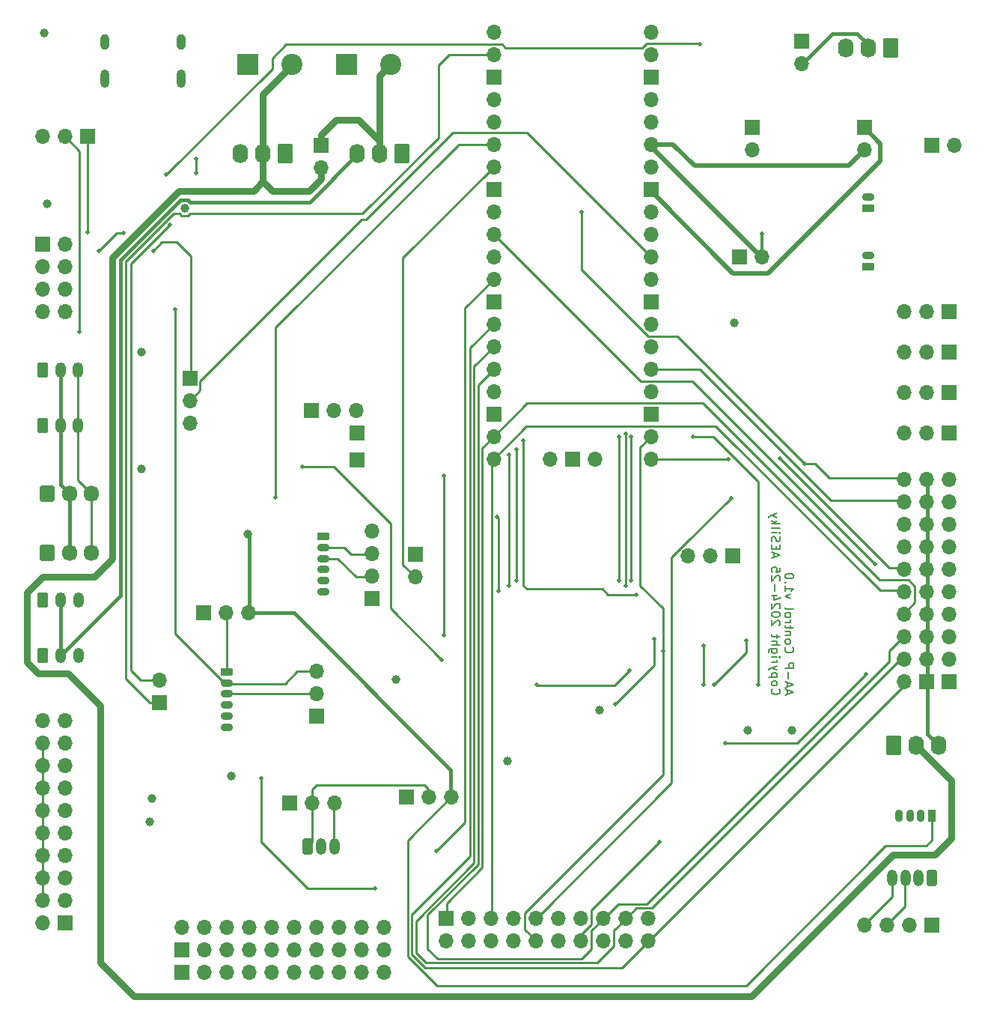
<source format=gbr>
%TF.GenerationSoftware,KiCad,Pcbnew,7.0.2*%
%TF.CreationDate,2024-12-03T13:42:33-08:00*%
%TF.ProjectId,AA_P_CtrlBd,41415f50-5f43-4747-926c-42642e6b6963,1.0*%
%TF.SameCoordinates,Original*%
%TF.FileFunction,Copper,L4,Bot*%
%TF.FilePolarity,Positive*%
%FSLAX46Y46*%
G04 Gerber Fmt 4.6, Leading zero omitted, Abs format (unit mm)*
G04 Created by KiCad (PCBNEW 7.0.2) date 2024-12-03 13:42:33*
%MOMM*%
%LPD*%
G01*
G04 APERTURE LIST*
G04 Aperture macros list*
%AMRoundRect*
0 Rectangle with rounded corners*
0 $1 Rounding radius*
0 $2 $3 $4 $5 $6 $7 $8 $9 X,Y pos of 4 corners*
0 Add a 4 corners polygon primitive as box body*
4,1,4,$2,$3,$4,$5,$6,$7,$8,$9,$2,$3,0*
0 Add four circle primitives for the rounded corners*
1,1,$1+$1,$2,$3*
1,1,$1+$1,$4,$5*
1,1,$1+$1,$6,$7*
1,1,$1+$1,$8,$9*
0 Add four rect primitives between the rounded corners*
20,1,$1+$1,$2,$3,$4,$5,0*
20,1,$1+$1,$4,$5,$6,$7,0*
20,1,$1+$1,$6,$7,$8,$9,0*
20,1,$1+$1,$8,$9,$2,$3,0*%
G04 Aperture macros list end*
%ADD10C,0.150000*%
%TA.AperFunction,NonConductor*%
%ADD11C,0.150000*%
%TD*%
%TA.AperFunction,ComponentPad*%
%ADD12R,1.700000X1.700000*%
%TD*%
%TA.AperFunction,ComponentPad*%
%ADD13O,1.700000X1.700000*%
%TD*%
%TA.AperFunction,ComponentPad*%
%ADD14RoundRect,0.250000X-0.620000X-0.845000X0.620000X-0.845000X0.620000X0.845000X-0.620000X0.845000X0*%
%TD*%
%TA.AperFunction,ComponentPad*%
%ADD15O,1.740000X2.190000*%
%TD*%
%TA.AperFunction,ComponentPad*%
%ADD16RoundRect,0.225000X0.475000X-0.225000X0.475000X0.225000X-0.475000X0.225000X-0.475000X-0.225000X0*%
%TD*%
%TA.AperFunction,ComponentPad*%
%ADD17O,1.400000X0.900000*%
%TD*%
%TA.AperFunction,ComponentPad*%
%ADD18RoundRect,0.225000X0.225000X0.475000X-0.225000X0.475000X-0.225000X-0.475000X0.225000X-0.475000X0*%
%TD*%
%TA.AperFunction,ComponentPad*%
%ADD19O,0.900000X1.400000*%
%TD*%
%TA.AperFunction,ComponentPad*%
%ADD20RoundRect,0.250000X0.335000X0.685000X-0.335000X0.685000X-0.335000X-0.685000X0.335000X-0.685000X0*%
%TD*%
%TA.AperFunction,ComponentPad*%
%ADD21O,1.170000X1.870000*%
%TD*%
%TA.AperFunction,ComponentPad*%
%ADD22RoundRect,0.250000X0.620000X0.845000X-0.620000X0.845000X-0.620000X-0.845000X0.620000X-0.845000X0*%
%TD*%
%TA.AperFunction,ComponentPad*%
%ADD23RoundRect,0.225000X-0.475000X0.225000X-0.475000X-0.225000X0.475000X-0.225000X0.475000X0.225000X0*%
%TD*%
%TA.AperFunction,ComponentPad*%
%ADD24O,1.000000X1.800000*%
%TD*%
%TA.AperFunction,ComponentPad*%
%ADD25O,1.000000X2.100000*%
%TD*%
%TA.AperFunction,ComponentPad*%
%ADD26RoundRect,0.250000X-0.335000X-0.685000X0.335000X-0.685000X0.335000X0.685000X-0.335000X0.685000X0*%
%TD*%
%TA.AperFunction,ComponentPad*%
%ADD27R,2.400000X2.400000*%
%TD*%
%TA.AperFunction,ComponentPad*%
%ADD28C,2.400000*%
%TD*%
%TA.AperFunction,ComponentPad*%
%ADD29RoundRect,0.250000X-0.350000X-0.625000X0.350000X-0.625000X0.350000X0.625000X-0.350000X0.625000X0*%
%TD*%
%TA.AperFunction,ComponentPad*%
%ADD30O,1.200000X1.750000*%
%TD*%
%TA.AperFunction,ComponentPad*%
%ADD31O,1.700000X1.850000*%
%TD*%
%TA.AperFunction,ComponentPad*%
%ADD32RoundRect,0.250000X-0.600000X-0.675000X0.600000X-0.675000X0.600000X0.675000X-0.600000X0.675000X0*%
%TD*%
%TA.AperFunction,ViaPad*%
%ADD33C,0.500000*%
%TD*%
%TA.AperFunction,ViaPad*%
%ADD34C,1.000000*%
%TD*%
%TA.AperFunction,Conductor*%
%ADD35C,0.250000*%
%TD*%
%TA.AperFunction,Conductor*%
%ADD36C,0.800000*%
%TD*%
%TA.AperFunction,Conductor*%
%ADD37C,0.400000*%
%TD*%
%TA.AperFunction,Conductor*%
%ADD38C,0.500000*%
%TD*%
%TA.AperFunction,Conductor*%
%ADD39C,0.350000*%
%TD*%
G04 APERTURE END LIST*
D10*
D11*
X176978095Y-110807523D02*
X176978095Y-110331333D01*
X176692380Y-110902761D02*
X177692380Y-110569428D01*
X177692380Y-110569428D02*
X176692380Y-110236095D01*
X176978095Y-109950380D02*
X176978095Y-109474190D01*
X176692380Y-110045618D02*
X177692380Y-109712285D01*
X177692380Y-109712285D02*
X176692380Y-109378952D01*
X177073333Y-109045618D02*
X177073333Y-108283714D01*
X176692380Y-107807523D02*
X177692380Y-107807523D01*
X177692380Y-107807523D02*
X177692380Y-107426571D01*
X177692380Y-107426571D02*
X177644761Y-107331333D01*
X177644761Y-107331333D02*
X177597142Y-107283714D01*
X177597142Y-107283714D02*
X177501904Y-107236095D01*
X177501904Y-107236095D02*
X177359047Y-107236095D01*
X177359047Y-107236095D02*
X177263809Y-107283714D01*
X177263809Y-107283714D02*
X177216190Y-107331333D01*
X177216190Y-107331333D02*
X177168571Y-107426571D01*
X177168571Y-107426571D02*
X177168571Y-107807523D01*
X176787619Y-105474190D02*
X176740000Y-105521809D01*
X176740000Y-105521809D02*
X176692380Y-105664666D01*
X176692380Y-105664666D02*
X176692380Y-105759904D01*
X176692380Y-105759904D02*
X176740000Y-105902761D01*
X176740000Y-105902761D02*
X176835238Y-105997999D01*
X176835238Y-105997999D02*
X176930476Y-106045618D01*
X176930476Y-106045618D02*
X177120952Y-106093237D01*
X177120952Y-106093237D02*
X177263809Y-106093237D01*
X177263809Y-106093237D02*
X177454285Y-106045618D01*
X177454285Y-106045618D02*
X177549523Y-105997999D01*
X177549523Y-105997999D02*
X177644761Y-105902761D01*
X177644761Y-105902761D02*
X177692380Y-105759904D01*
X177692380Y-105759904D02*
X177692380Y-105664666D01*
X177692380Y-105664666D02*
X177644761Y-105521809D01*
X177644761Y-105521809D02*
X177597142Y-105474190D01*
X176692380Y-104902761D02*
X176740000Y-104997999D01*
X176740000Y-104997999D02*
X176787619Y-105045618D01*
X176787619Y-105045618D02*
X176882857Y-105093237D01*
X176882857Y-105093237D02*
X177168571Y-105093237D01*
X177168571Y-105093237D02*
X177263809Y-105045618D01*
X177263809Y-105045618D02*
X177311428Y-104997999D01*
X177311428Y-104997999D02*
X177359047Y-104902761D01*
X177359047Y-104902761D02*
X177359047Y-104759904D01*
X177359047Y-104759904D02*
X177311428Y-104664666D01*
X177311428Y-104664666D02*
X177263809Y-104617047D01*
X177263809Y-104617047D02*
X177168571Y-104569428D01*
X177168571Y-104569428D02*
X176882857Y-104569428D01*
X176882857Y-104569428D02*
X176787619Y-104617047D01*
X176787619Y-104617047D02*
X176740000Y-104664666D01*
X176740000Y-104664666D02*
X176692380Y-104759904D01*
X176692380Y-104759904D02*
X176692380Y-104902761D01*
X177359047Y-104140856D02*
X176692380Y-104140856D01*
X177263809Y-104140856D02*
X177311428Y-104093237D01*
X177311428Y-104093237D02*
X177359047Y-103997999D01*
X177359047Y-103997999D02*
X177359047Y-103855142D01*
X177359047Y-103855142D02*
X177311428Y-103759904D01*
X177311428Y-103759904D02*
X177216190Y-103712285D01*
X177216190Y-103712285D02*
X176692380Y-103712285D01*
X177359047Y-103378951D02*
X177359047Y-102997999D01*
X177692380Y-103236094D02*
X176835238Y-103236094D01*
X176835238Y-103236094D02*
X176740000Y-103188475D01*
X176740000Y-103188475D02*
X176692380Y-103093237D01*
X176692380Y-103093237D02*
X176692380Y-102997999D01*
X176692380Y-102664665D02*
X177359047Y-102664665D01*
X177168571Y-102664665D02*
X177263809Y-102617046D01*
X177263809Y-102617046D02*
X177311428Y-102569427D01*
X177311428Y-102569427D02*
X177359047Y-102474189D01*
X177359047Y-102474189D02*
X177359047Y-102378951D01*
X176692380Y-101902760D02*
X176740000Y-101997998D01*
X176740000Y-101997998D02*
X176787619Y-102045617D01*
X176787619Y-102045617D02*
X176882857Y-102093236D01*
X176882857Y-102093236D02*
X177168571Y-102093236D01*
X177168571Y-102093236D02*
X177263809Y-102045617D01*
X177263809Y-102045617D02*
X177311428Y-101997998D01*
X177311428Y-101997998D02*
X177359047Y-101902760D01*
X177359047Y-101902760D02*
X177359047Y-101759903D01*
X177359047Y-101759903D02*
X177311428Y-101664665D01*
X177311428Y-101664665D02*
X177263809Y-101617046D01*
X177263809Y-101617046D02*
X177168571Y-101569427D01*
X177168571Y-101569427D02*
X176882857Y-101569427D01*
X176882857Y-101569427D02*
X176787619Y-101617046D01*
X176787619Y-101617046D02*
X176740000Y-101664665D01*
X176740000Y-101664665D02*
X176692380Y-101759903D01*
X176692380Y-101759903D02*
X176692380Y-101902760D01*
X176692380Y-100997998D02*
X176740000Y-101093236D01*
X176740000Y-101093236D02*
X176835238Y-101140855D01*
X176835238Y-101140855D02*
X177692380Y-101140855D01*
X177359047Y-99950378D02*
X176692380Y-99712283D01*
X176692380Y-99712283D02*
X177359047Y-99474188D01*
X176692380Y-98569426D02*
X176692380Y-99140854D01*
X176692380Y-98855140D02*
X177692380Y-98855140D01*
X177692380Y-98855140D02*
X177549523Y-98950378D01*
X177549523Y-98950378D02*
X177454285Y-99045616D01*
X177454285Y-99045616D02*
X177406666Y-99140854D01*
X176787619Y-98140854D02*
X176740000Y-98093235D01*
X176740000Y-98093235D02*
X176692380Y-98140854D01*
X176692380Y-98140854D02*
X176740000Y-98188473D01*
X176740000Y-98188473D02*
X176787619Y-98140854D01*
X176787619Y-98140854D02*
X176692380Y-98140854D01*
X177692380Y-97474188D02*
X177692380Y-97378950D01*
X177692380Y-97378950D02*
X177644761Y-97283712D01*
X177644761Y-97283712D02*
X177597142Y-97236093D01*
X177597142Y-97236093D02*
X177501904Y-97188474D01*
X177501904Y-97188474D02*
X177311428Y-97140855D01*
X177311428Y-97140855D02*
X177073333Y-97140855D01*
X177073333Y-97140855D02*
X176882857Y-97188474D01*
X176882857Y-97188474D02*
X176787619Y-97236093D01*
X176787619Y-97236093D02*
X176740000Y-97283712D01*
X176740000Y-97283712D02*
X176692380Y-97378950D01*
X176692380Y-97378950D02*
X176692380Y-97474188D01*
X176692380Y-97474188D02*
X176740000Y-97569426D01*
X176740000Y-97569426D02*
X176787619Y-97617045D01*
X176787619Y-97617045D02*
X176882857Y-97664664D01*
X176882857Y-97664664D02*
X177073333Y-97712283D01*
X177073333Y-97712283D02*
X177311428Y-97712283D01*
X177311428Y-97712283D02*
X177501904Y-97664664D01*
X177501904Y-97664664D02*
X177597142Y-97617045D01*
X177597142Y-97617045D02*
X177644761Y-97569426D01*
X177644761Y-97569426D02*
X177692380Y-97474188D01*
D10*
D11*
X175263619Y-110188476D02*
X175216000Y-110236095D01*
X175216000Y-110236095D02*
X175168380Y-110378952D01*
X175168380Y-110378952D02*
X175168380Y-110474190D01*
X175168380Y-110474190D02*
X175216000Y-110617047D01*
X175216000Y-110617047D02*
X175311238Y-110712285D01*
X175311238Y-110712285D02*
X175406476Y-110759904D01*
X175406476Y-110759904D02*
X175596952Y-110807523D01*
X175596952Y-110807523D02*
X175739809Y-110807523D01*
X175739809Y-110807523D02*
X175930285Y-110759904D01*
X175930285Y-110759904D02*
X176025523Y-110712285D01*
X176025523Y-110712285D02*
X176120761Y-110617047D01*
X176120761Y-110617047D02*
X176168380Y-110474190D01*
X176168380Y-110474190D02*
X176168380Y-110378952D01*
X176168380Y-110378952D02*
X176120761Y-110236095D01*
X176120761Y-110236095D02*
X176073142Y-110188476D01*
X175168380Y-109617047D02*
X175216000Y-109712285D01*
X175216000Y-109712285D02*
X175263619Y-109759904D01*
X175263619Y-109759904D02*
X175358857Y-109807523D01*
X175358857Y-109807523D02*
X175644571Y-109807523D01*
X175644571Y-109807523D02*
X175739809Y-109759904D01*
X175739809Y-109759904D02*
X175787428Y-109712285D01*
X175787428Y-109712285D02*
X175835047Y-109617047D01*
X175835047Y-109617047D02*
X175835047Y-109474190D01*
X175835047Y-109474190D02*
X175787428Y-109378952D01*
X175787428Y-109378952D02*
X175739809Y-109331333D01*
X175739809Y-109331333D02*
X175644571Y-109283714D01*
X175644571Y-109283714D02*
X175358857Y-109283714D01*
X175358857Y-109283714D02*
X175263619Y-109331333D01*
X175263619Y-109331333D02*
X175216000Y-109378952D01*
X175216000Y-109378952D02*
X175168380Y-109474190D01*
X175168380Y-109474190D02*
X175168380Y-109617047D01*
X175835047Y-108855142D02*
X174835047Y-108855142D01*
X175787428Y-108855142D02*
X175835047Y-108759904D01*
X175835047Y-108759904D02*
X175835047Y-108569428D01*
X175835047Y-108569428D02*
X175787428Y-108474190D01*
X175787428Y-108474190D02*
X175739809Y-108426571D01*
X175739809Y-108426571D02*
X175644571Y-108378952D01*
X175644571Y-108378952D02*
X175358857Y-108378952D01*
X175358857Y-108378952D02*
X175263619Y-108426571D01*
X175263619Y-108426571D02*
X175216000Y-108474190D01*
X175216000Y-108474190D02*
X175168380Y-108569428D01*
X175168380Y-108569428D02*
X175168380Y-108759904D01*
X175168380Y-108759904D02*
X175216000Y-108855142D01*
X175835047Y-108045618D02*
X175168380Y-107807523D01*
X175835047Y-107569428D02*
X175168380Y-107807523D01*
X175168380Y-107807523D02*
X174930285Y-107902761D01*
X174930285Y-107902761D02*
X174882666Y-107950380D01*
X174882666Y-107950380D02*
X174835047Y-108045618D01*
X175168380Y-107188475D02*
X175835047Y-107188475D01*
X175644571Y-107188475D02*
X175739809Y-107140856D01*
X175739809Y-107140856D02*
X175787428Y-107093237D01*
X175787428Y-107093237D02*
X175835047Y-106997999D01*
X175835047Y-106997999D02*
X175835047Y-106902761D01*
X175168380Y-106569427D02*
X175835047Y-106569427D01*
X176168380Y-106569427D02*
X176120761Y-106617046D01*
X176120761Y-106617046D02*
X176073142Y-106569427D01*
X176073142Y-106569427D02*
X176120761Y-106521808D01*
X176120761Y-106521808D02*
X176168380Y-106569427D01*
X176168380Y-106569427D02*
X176073142Y-106569427D01*
X175835047Y-105664666D02*
X175025523Y-105664666D01*
X175025523Y-105664666D02*
X174930285Y-105712285D01*
X174930285Y-105712285D02*
X174882666Y-105759904D01*
X174882666Y-105759904D02*
X174835047Y-105855142D01*
X174835047Y-105855142D02*
X174835047Y-105997999D01*
X174835047Y-105997999D02*
X174882666Y-106093237D01*
X175216000Y-105664666D02*
X175168380Y-105759904D01*
X175168380Y-105759904D02*
X175168380Y-105950380D01*
X175168380Y-105950380D02*
X175216000Y-106045618D01*
X175216000Y-106045618D02*
X175263619Y-106093237D01*
X175263619Y-106093237D02*
X175358857Y-106140856D01*
X175358857Y-106140856D02*
X175644571Y-106140856D01*
X175644571Y-106140856D02*
X175739809Y-106093237D01*
X175739809Y-106093237D02*
X175787428Y-106045618D01*
X175787428Y-106045618D02*
X175835047Y-105950380D01*
X175835047Y-105950380D02*
X175835047Y-105759904D01*
X175835047Y-105759904D02*
X175787428Y-105664666D01*
X175168380Y-105188475D02*
X176168380Y-105188475D01*
X175168380Y-104759904D02*
X175692190Y-104759904D01*
X175692190Y-104759904D02*
X175787428Y-104807523D01*
X175787428Y-104807523D02*
X175835047Y-104902761D01*
X175835047Y-104902761D02*
X175835047Y-105045618D01*
X175835047Y-105045618D02*
X175787428Y-105140856D01*
X175787428Y-105140856D02*
X175739809Y-105188475D01*
X175835047Y-104426570D02*
X175835047Y-104045618D01*
X176168380Y-104283713D02*
X175311238Y-104283713D01*
X175311238Y-104283713D02*
X175216000Y-104236094D01*
X175216000Y-104236094D02*
X175168380Y-104140856D01*
X175168380Y-104140856D02*
X175168380Y-104045618D01*
X176073142Y-102997998D02*
X176120761Y-102950379D01*
X176120761Y-102950379D02*
X176168380Y-102855141D01*
X176168380Y-102855141D02*
X176168380Y-102617046D01*
X176168380Y-102617046D02*
X176120761Y-102521808D01*
X176120761Y-102521808D02*
X176073142Y-102474189D01*
X176073142Y-102474189D02*
X175977904Y-102426570D01*
X175977904Y-102426570D02*
X175882666Y-102426570D01*
X175882666Y-102426570D02*
X175739809Y-102474189D01*
X175739809Y-102474189D02*
X175168380Y-103045617D01*
X175168380Y-103045617D02*
X175168380Y-102426570D01*
X176168380Y-101807522D02*
X176168380Y-101712284D01*
X176168380Y-101712284D02*
X176120761Y-101617046D01*
X176120761Y-101617046D02*
X176073142Y-101569427D01*
X176073142Y-101569427D02*
X175977904Y-101521808D01*
X175977904Y-101521808D02*
X175787428Y-101474189D01*
X175787428Y-101474189D02*
X175549333Y-101474189D01*
X175549333Y-101474189D02*
X175358857Y-101521808D01*
X175358857Y-101521808D02*
X175263619Y-101569427D01*
X175263619Y-101569427D02*
X175216000Y-101617046D01*
X175216000Y-101617046D02*
X175168380Y-101712284D01*
X175168380Y-101712284D02*
X175168380Y-101807522D01*
X175168380Y-101807522D02*
X175216000Y-101902760D01*
X175216000Y-101902760D02*
X175263619Y-101950379D01*
X175263619Y-101950379D02*
X175358857Y-101997998D01*
X175358857Y-101997998D02*
X175549333Y-102045617D01*
X175549333Y-102045617D02*
X175787428Y-102045617D01*
X175787428Y-102045617D02*
X175977904Y-101997998D01*
X175977904Y-101997998D02*
X176073142Y-101950379D01*
X176073142Y-101950379D02*
X176120761Y-101902760D01*
X176120761Y-101902760D02*
X176168380Y-101807522D01*
X176073142Y-101093236D02*
X176120761Y-101045617D01*
X176120761Y-101045617D02*
X176168380Y-100950379D01*
X176168380Y-100950379D02*
X176168380Y-100712284D01*
X176168380Y-100712284D02*
X176120761Y-100617046D01*
X176120761Y-100617046D02*
X176073142Y-100569427D01*
X176073142Y-100569427D02*
X175977904Y-100521808D01*
X175977904Y-100521808D02*
X175882666Y-100521808D01*
X175882666Y-100521808D02*
X175739809Y-100569427D01*
X175739809Y-100569427D02*
X175168380Y-101140855D01*
X175168380Y-101140855D02*
X175168380Y-100521808D01*
X175835047Y-99664665D02*
X175168380Y-99664665D01*
X176216000Y-99902760D02*
X175501714Y-100140855D01*
X175501714Y-100140855D02*
X175501714Y-99521808D01*
X175549333Y-99140855D02*
X175549333Y-98378951D01*
X176073142Y-97950379D02*
X176120761Y-97902760D01*
X176120761Y-97902760D02*
X176168380Y-97807522D01*
X176168380Y-97807522D02*
X176168380Y-97569427D01*
X176168380Y-97569427D02*
X176120761Y-97474189D01*
X176120761Y-97474189D02*
X176073142Y-97426570D01*
X176073142Y-97426570D02*
X175977904Y-97378951D01*
X175977904Y-97378951D02*
X175882666Y-97378951D01*
X175882666Y-97378951D02*
X175739809Y-97426570D01*
X175739809Y-97426570D02*
X175168380Y-97997998D01*
X175168380Y-97997998D02*
X175168380Y-97378951D01*
X176168380Y-96474189D02*
X176168380Y-96950379D01*
X176168380Y-96950379D02*
X175692190Y-96997998D01*
X175692190Y-96997998D02*
X175739809Y-96950379D01*
X175739809Y-96950379D02*
X175787428Y-96855141D01*
X175787428Y-96855141D02*
X175787428Y-96617046D01*
X175787428Y-96617046D02*
X175739809Y-96521808D01*
X175739809Y-96521808D02*
X175692190Y-96474189D01*
X175692190Y-96474189D02*
X175596952Y-96426570D01*
X175596952Y-96426570D02*
X175358857Y-96426570D01*
X175358857Y-96426570D02*
X175263619Y-96474189D01*
X175263619Y-96474189D02*
X175216000Y-96521808D01*
X175216000Y-96521808D02*
X175168380Y-96617046D01*
X175168380Y-96617046D02*
X175168380Y-96855141D01*
X175168380Y-96855141D02*
X175216000Y-96950379D01*
X175216000Y-96950379D02*
X175263619Y-96997998D01*
X175454095Y-95283712D02*
X175454095Y-94807522D01*
X175168380Y-95378950D02*
X176168380Y-95045617D01*
X176168380Y-95045617D02*
X175168380Y-94712284D01*
X175692190Y-94378950D02*
X175692190Y-94045617D01*
X175168380Y-93902760D02*
X175168380Y-94378950D01*
X175168380Y-94378950D02*
X176168380Y-94378950D01*
X176168380Y-94378950D02*
X176168380Y-93902760D01*
X175216000Y-93521807D02*
X175168380Y-93378950D01*
X175168380Y-93378950D02*
X175168380Y-93140855D01*
X175168380Y-93140855D02*
X175216000Y-93045617D01*
X175216000Y-93045617D02*
X175263619Y-92997998D01*
X175263619Y-92997998D02*
X175358857Y-92950379D01*
X175358857Y-92950379D02*
X175454095Y-92950379D01*
X175454095Y-92950379D02*
X175549333Y-92997998D01*
X175549333Y-92997998D02*
X175596952Y-93045617D01*
X175596952Y-93045617D02*
X175644571Y-93140855D01*
X175644571Y-93140855D02*
X175692190Y-93331331D01*
X175692190Y-93331331D02*
X175739809Y-93426569D01*
X175739809Y-93426569D02*
X175787428Y-93474188D01*
X175787428Y-93474188D02*
X175882666Y-93521807D01*
X175882666Y-93521807D02*
X175977904Y-93521807D01*
X175977904Y-93521807D02*
X176073142Y-93474188D01*
X176073142Y-93474188D02*
X176120761Y-93426569D01*
X176120761Y-93426569D02*
X176168380Y-93331331D01*
X176168380Y-93331331D02*
X176168380Y-93093236D01*
X176168380Y-93093236D02*
X176120761Y-92950379D01*
X175168380Y-92521807D02*
X175835047Y-92521807D01*
X176168380Y-92521807D02*
X176120761Y-92569426D01*
X176120761Y-92569426D02*
X176073142Y-92521807D01*
X176073142Y-92521807D02*
X176120761Y-92474188D01*
X176120761Y-92474188D02*
X176168380Y-92521807D01*
X176168380Y-92521807D02*
X176073142Y-92521807D01*
X175168380Y-91902760D02*
X175216000Y-91997998D01*
X175216000Y-91997998D02*
X175311238Y-92045617D01*
X175311238Y-92045617D02*
X176168380Y-92045617D01*
X175168380Y-91521807D02*
X176168380Y-91521807D01*
X175549333Y-91426569D02*
X175168380Y-91140855D01*
X175835047Y-91140855D02*
X175454095Y-91521807D01*
X175835047Y-90807521D02*
X175168380Y-90569426D01*
X175835047Y-90331331D02*
X175168380Y-90569426D01*
X175168380Y-90569426D02*
X174930285Y-90664664D01*
X174930285Y-90664664D02*
X174882666Y-90712283D01*
X174882666Y-90712283D02*
X174835047Y-90807521D01*
D12*
%TO.P,SPARE1,1*%
%TO.N,N/C*%
X108503000Y-142240000D03*
D13*
%TO.P,SPARE1,2*%
X111043000Y-142240000D03*
%TO.P,SPARE1,3*%
X113583000Y-142240000D03*
%TO.P,SPARE1,4*%
X116123000Y-142240000D03*
%TO.P,SPARE1,5*%
X118663000Y-142240000D03*
%TO.P,SPARE1,6*%
X121203000Y-142240000D03*
%TO.P,SPARE1,7*%
X123743000Y-142240000D03*
%TO.P,SPARE1,8*%
X126283000Y-142240000D03*
%TO.P,SPARE1,9*%
X128823000Y-142240000D03*
%TO.P,SPARE1,10*%
X131363000Y-142240000D03*
%TD*%
D12*
%TO.P,SPARE2,1*%
%TO.N,N/C*%
X108503000Y-139700000D03*
D13*
%TO.P,SPARE2,2*%
X108503000Y-137160000D03*
%TO.P,SPARE2,3*%
X111043000Y-139700000D03*
%TO.P,SPARE2,4*%
X111043000Y-137160000D03*
%TO.P,SPARE2,5*%
X113583000Y-139700000D03*
%TO.P,SPARE2,6*%
X113583000Y-137160000D03*
%TO.P,SPARE2,7*%
X116123000Y-139700000D03*
%TO.P,SPARE2,8*%
X116123000Y-137160000D03*
%TO.P,SPARE2,9*%
X118663000Y-139700000D03*
%TO.P,SPARE2,10*%
X118663000Y-137160000D03*
%TO.P,SPARE2,11*%
X121203000Y-139700000D03*
%TO.P,SPARE2,12*%
X121203000Y-137160000D03*
%TO.P,SPARE2,13*%
X123743000Y-139700000D03*
%TO.P,SPARE2,14*%
X123743000Y-137160000D03*
%TO.P,SPARE2,15*%
X126283000Y-139700000D03*
%TO.P,SPARE2,16*%
X126283000Y-137160000D03*
%TO.P,SPARE2,17*%
X128823000Y-139700000D03*
%TO.P,SPARE2,18*%
X128823000Y-137160000D03*
%TO.P,SPARE2,19*%
X131363000Y-139700000D03*
%TO.P,SPARE2,20*%
X131363000Y-137160000D03*
%TD*%
D14*
%TO.P,J38,1,A*%
%TO.N,GND*%
X189016000Y-116606000D03*
D15*
%TO.P,J38,2,C*%
%TO.N,VS-BA*%
X191556000Y-116606000D03*
%TO.P,J38,3,B*%
%TO.N,/SBC_RP*%
X194096000Y-116606000D03*
%TD*%
D12*
%TO.P,J37,1,Pin_1*%
%TO.N,GND*%
X195239000Y-109347000D03*
D13*
%TO.P,J37,2,Pin_2*%
X195239000Y-106807000D03*
%TO.P,J37,3,Pin_3*%
X195239000Y-104267000D03*
%TO.P,J37,4,Pin_4*%
X195239000Y-101727000D03*
%TO.P,J37,5,Pin_5*%
X195239000Y-99187000D03*
%TO.P,J37,6,Pin_6*%
X195239000Y-96647000D03*
%TO.P,J37,7,Pin_7*%
X195239000Y-94107000D03*
%TO.P,J37,8,Pin_8*%
X195239000Y-91567000D03*
%TO.P,J37,9,Pin_9*%
X195239000Y-89027000D03*
%TO.P,J37,10,Pin_10*%
X195239000Y-86487000D03*
%TD*%
D16*
%TO.P,J36,1,Pin_1*%
%TO.N,GND*%
X186095000Y-55880000D03*
D17*
%TO.P,J36,2,Pin_2*%
%TO.N,Net-(J36-Pin_2)*%
X186095000Y-54630000D03*
%TD*%
D16*
%TO.P,J35,1,Pin_1*%
%TO.N,GND*%
X186095000Y-62484000D03*
D17*
%TO.P,J35,2,Pin_2*%
%TO.N,Net-(J35-Pin_2)*%
X186095000Y-61234000D03*
%TD*%
D12*
%TO.P,J34,1,Pin_1*%
%TO.N,/SBC_RP*%
X192699000Y-109347000D03*
D13*
%TO.P,J34,2,Pin_2*%
%TO.N,/GP10_SPI1_CK*%
X190159000Y-109347000D03*
%TO.P,J34,3,Pin_3*%
%TO.N,/SBC_RP*%
X192699000Y-106807000D03*
%TO.P,J34,4,Pin_4*%
%TO.N,/GP11_SPI1_MO*%
X190159000Y-106807000D03*
%TO.P,J34,5,Pin_5*%
%TO.N,/SBC_RP*%
X192699000Y-104267000D03*
%TO.P,J34,6,Pin_6*%
%TO.N,/GP12_SPI1_MI*%
X190159000Y-104267000D03*
%TO.P,J34,7,Pin_7*%
%TO.N,/SBC_RP*%
X192699000Y-101727000D03*
%TO.P,J34,8,Pin_8*%
%TO.N,/GP14_RE_A*%
X190159000Y-101727000D03*
%TO.P,J34,9,Pin_9*%
%TO.N,/SBC_RP*%
X192699000Y-99187000D03*
%TO.P,J34,10,Pin_10*%
%TO.N,/GP15_RE_B*%
X190159000Y-99187000D03*
%TO.P,J34,11,Pin_11*%
%TO.N,/SBC_RP*%
X192699000Y-96647000D03*
%TO.P,J34,12,Pin_12*%
%TO.N,/GP16_DE_MISO*%
X190159000Y-96647000D03*
%TO.P,J34,13,Pin_13*%
%TO.N,/SBC_RP*%
X192699000Y-94107000D03*
%TO.P,J34,14,Pin_14*%
%TO.N,/GP17_D_D{slash}C-*%
X190159000Y-94107000D03*
%TO.P,J34,15,Pin_15*%
%TO.N,/SBC_RP*%
X192699000Y-91567000D03*
%TO.P,J34,16,Pin_16*%
%TO.N,/GP18_DE_SCK*%
X190159000Y-91567000D03*
%TO.P,J34,17,Pin_17*%
%TO.N,/SBC_RP*%
X192699000Y-89027000D03*
%TO.P,J34,18,Pin_18*%
%TO.N,/GP19_DE_MOSI*%
X190159000Y-89027000D03*
%TO.P,J34,19,Pin_19*%
%TO.N,/SBC_RP*%
X192699000Y-86487000D03*
%TO.P,J34,20,Pin_20*%
%TO.N,/GP28A2_SWMX*%
X190159000Y-86487000D03*
%TD*%
D12*
%TO.P,J33,1,Pin_1*%
%TO.N,GND*%
X195239000Y-67564000D03*
D13*
%TO.P,J33,2,Pin_2*%
%TO.N,+3.3V*%
X192699000Y-67564000D03*
%TO.P,J33,3,Pin_3*%
%TO.N,Net-(J33-Pin_3)*%
X190159000Y-67564000D03*
%TD*%
D12*
%TO.P,J32,1,Pin_1*%
%TO.N,GND*%
X195239000Y-72136000D03*
D13*
%TO.P,J32,2,Pin_2*%
%TO.N,+3.3V*%
X192699000Y-72136000D03*
%TO.P,J32,3,Pin_3*%
%TO.N,Net-(J32-Pin_3)*%
X190159000Y-72136000D03*
%TD*%
D12*
%TO.P,J29,1,Pin_1*%
%TO.N,/GP14_RE_A*%
X138419200Y-136144000D03*
D13*
%TO.P,J29,2,Pin_2*%
%TO.N,+3.3V*%
X138419200Y-138684000D03*
%TO.P,J29,3,Pin_3*%
%TO.N,GND*%
X140959200Y-136144000D03*
%TO.P,J29,4,Pin_4*%
%TO.N,GNDA*%
X140959200Y-138684000D03*
%TO.P,J29,5,Pin_5*%
%TO.N,/GP15_RE_B*%
X143499200Y-136144000D03*
%TO.P,J29,6,Pin_6*%
%TO.N,/DISP_CS-*%
X143499200Y-138684000D03*
%TO.P,J29,7,Pin_7*%
%TO.N,GND*%
X146039200Y-136144000D03*
%TO.P,J29,8,Pin_8*%
%TO.N,/RESET-*%
X146039200Y-138684000D03*
%TO.P,J29,9,Pin_9*%
%TO.N,/GP28A2_SWMX*%
X148579200Y-136144000D03*
%TO.P,J29,10,Pin_10*%
%TO.N,/GP17_D_D{slash}C-*%
X148579200Y-138684000D03*
%TO.P,J29,11,Pin_11*%
%TO.N,+3.3VA*%
X151119200Y-136144000D03*
%TO.P,J29,12,Pin_12*%
%TO.N,/GP19_DE_MOSI*%
X151119200Y-138684000D03*
%TO.P,J29,13,Pin_13*%
%TO.N,/TCH_IRQ-*%
X153659200Y-136144000D03*
%TO.P,J29,14,Pin_14*%
%TO.N,/GP18_DE_SCK*%
X153659200Y-138684000D03*
%TO.P,J29,15,Pin_15*%
%TO.N,/GP12_SPI1_MI*%
X156199200Y-136144000D03*
%TO.P,J29,16,Pin_16*%
%TO.N,/AGP6_DISPBL*%
X156199200Y-138684000D03*
%TO.P,J29,17,Pin_17*%
%TO.N,/GP11_SPI1_MO*%
X158739200Y-136144000D03*
%TO.P,J29,18,Pin_18*%
%TO.N,/GP16_DE_MISO*%
X158739200Y-138684000D03*
%TO.P,J29,19,Pin_19*%
%TO.N,/TCH_CS-*%
X161279200Y-136144000D03*
%TO.P,J29,20,Pin_20*%
%TO.N,/GP10_SPI1_CK*%
X161279200Y-138684000D03*
%TD*%
D18*
%TO.P,J28,1,Pin_1*%
%TO.N,VSYS*%
X193348173Y-124502976D03*
D19*
%TO.P,J28,2,Pin_2*%
%TO.N,/I2C0_SCL*%
X192098173Y-124502976D03*
%TO.P,J28,3,Pin_3*%
%TO.N,/I2C0_SDA*%
X190848173Y-124502976D03*
%TO.P,J28,4,Pin_4*%
%TO.N,GND*%
X189598173Y-124502976D03*
%TD*%
D20*
%TO.P,J27,1,Pin_1*%
%TO.N,GND*%
X193334000Y-131572000D03*
D21*
%TO.P,J27,2,Pin_2*%
%TO.N,+3.3V*%
X191834000Y-131572000D03*
%TO.P,J27,3,Pin_3*%
%TO.N,/I2C0_SCL*%
X190334000Y-131572000D03*
%TO.P,J27,4,Pin_4*%
%TO.N,/I2C0_SDA*%
X188834000Y-131572000D03*
%TD*%
D12*
%TO.P,J26,1,Pin_1*%
%TO.N,GND*%
X193334000Y-136906000D03*
D13*
%TO.P,J26,2,Pin_2*%
%TO.N,+3.3V*%
X190794000Y-136906000D03*
%TO.P,J26,3,Pin_3*%
%TO.N,/I2C0_SCL*%
X188254000Y-136906000D03*
%TO.P,J26,4,Pin_4*%
%TO.N,/I2C0_SDA*%
X185714000Y-136906000D03*
%TD*%
D22*
%TO.P,J25,1,Pin_1*%
%TO.N,GND*%
X188635000Y-37719000D03*
D15*
%TO.P,J25,2,Pin_2*%
%TO.N,VSYS*%
X186095000Y-37719000D03*
%TO.P,J25,3,Pin_3*%
%TO.N,/GP27A1_NEOPXL*%
X183555000Y-37719000D03*
%TD*%
D12*
%TO.P,J24,1,Pin_1*%
%TO.N,GNDA*%
X185714000Y-46736000D03*
D13*
%TO.P,J24,2,Pin_2*%
%TO.N,+3.3VA*%
X185714000Y-49276000D03*
%TD*%
D12*
%TO.P,J23,1,Pin_1*%
%TO.N,GND*%
X173014000Y-46736000D03*
D13*
%TO.P,J23,2,Pin_2*%
%TO.N,+3.3V*%
X173014000Y-49276000D03*
%TD*%
D12*
%TO.P,J22,1,Pin_1*%
%TO.N,GND*%
X123738000Y-113269000D03*
D13*
%TO.P,J22,2,Pin_2*%
%TO.N,/UART0_RX*%
X123738000Y-110729000D03*
%TO.P,J22,3,Pin_3*%
%TO.N,/UART0_TX*%
X123738000Y-108189000D03*
%TD*%
D23*
%TO.P,J21,1,Pin_1*%
%TO.N,Net-(J21-Pin_1)*%
X113586000Y-108254000D03*
D17*
%TO.P,J21,2,Pin_2*%
%TO.N,/UART0_TX*%
X113586000Y-109504000D03*
%TO.P,J21,3,Pin_3*%
%TO.N,/UART0_RX*%
X113586000Y-110754000D03*
%TO.P,J21,4,Pin_4*%
%TO.N,unconnected-(J21-Pin_4-Pad4)*%
X113586000Y-112004000D03*
%TO.P,J21,5,Pin_5*%
%TO.N,unconnected-(J21-Pin_5-Pad5)*%
X113586000Y-113254000D03*
%TO.P,J21,6,Pin_6*%
%TO.N,GND*%
X113586000Y-114504000D03*
%TD*%
D12*
%TO.P,J20,1,Pin_1*%
%TO.N,GND*%
X178602000Y-36957000D03*
D13*
%TO.P,J20,2,Pin_2*%
%TO.N,VSYS*%
X178602000Y-39497000D03*
%TD*%
D24*
%TO.P,J19,SH1,SHIELD*%
%TO.N,Net-(J19-SHIELD-PadSH1)*%
X108433156Y-37027242D03*
%TO.P,J19,SH2,SHIELD*%
X99793156Y-37027242D03*
D25*
%TO.P,J19,SH3,SHIELD*%
X108433156Y-41207242D03*
%TO.P,J19,SH4,SHIELD*%
X99793156Y-41207242D03*
%TD*%
D12*
%TO.P,J18,1,Pin_1*%
%TO.N,GND*%
X128310000Y-84328000D03*
%TD*%
%TO.P,J17,1,Pin_1*%
%TO.N,+3.3V*%
X128310000Y-81280000D03*
%TD*%
D23*
%TO.P,J16,1,Pin_1*%
%TO.N,+3.3V*%
X124507909Y-92950805D03*
D17*
%TO.P,J16,2,Pin_2*%
%TO.N,Net-(J1-Pin_3)*%
X124507909Y-94200805D03*
%TO.P,J16,3,Pin_3*%
%TO.N,/UART1_RX*%
X124507909Y-95450805D03*
%TO.P,J16,4,Pin_4*%
%TO.N,unconnected-(J16-Pin_4-Pad4)*%
X124507909Y-96700805D03*
%TO.P,J16,5,Pin_5*%
%TO.N,unconnected-(J16-Pin_5-Pad5)*%
X124507909Y-97950805D03*
%TO.P,J16,6,Pin_6*%
%TO.N,GND*%
X124507909Y-99200805D03*
%TD*%
D13*
%TO.P,J15,8,Pin_8*%
%TO.N,/CTS-*%
X95285000Y-67564000D03*
%TO.P,J15,7,Pin_7*%
%TO.N,GND*%
X92745000Y-67564000D03*
%TO.P,J15,6,Pin_6*%
%TO.N,/DCD-*%
X95285000Y-65024000D03*
%TO.P,J15,5,Pin_5*%
%TO.N,GND*%
X92745000Y-65024000D03*
%TO.P,J15,4,Pin_4*%
%TO.N,/DSR-*%
X95285000Y-62484000D03*
%TO.P,J15,3,Pin_3*%
%TO.N,GND*%
X92745000Y-62484000D03*
%TO.P,J15,2,Pin_2*%
%TO.N,/RI-*%
X95285000Y-59944000D03*
D12*
%TO.P,J15,1,Pin_1*%
%TO.N,GND*%
X92745000Y-59944000D03*
%TD*%
%TO.P,J14,1,Pin_1*%
%TO.N,GND*%
X129961000Y-99949000D03*
D13*
%TO.P,J14,2,Pin_2*%
%TO.N,/UART1_RX*%
X129961000Y-97409000D03*
%TO.P,J14,3,Pin_3*%
%TO.N,Net-(J1-Pin_3)*%
X129961000Y-94869000D03*
%TO.P,J14,4,Pin_4*%
%TO.N,+3.3V*%
X129961000Y-92329000D03*
%TD*%
D26*
%TO.P,J13,1,Pin_1*%
%TO.N,/RxPWR*%
X122722000Y-128016000D03*
D21*
%TO.P,J13,2,Pin_2*%
%TO.N,GND*%
X124222000Y-128016000D03*
%TO.P,J13,3,Pin_3*%
%TO.N,/RCVR_RX*%
X125722000Y-128016000D03*
%TD*%
D12*
%TO.P,J12,1,Pin_1*%
%TO.N,GND*%
X95290000Y-136652000D03*
D13*
%TO.P,J12,2,Pin_2*%
%TO.N,+3.3V*%
X92750000Y-136652000D03*
%TO.P,J12,3,Pin_3*%
%TO.N,/S0-*%
X95290000Y-134112000D03*
%TO.P,J12,4,Pin_4*%
%TO.N,/SENS_RD-*%
X92750000Y-134112000D03*
%TO.P,J12,5,Pin_5*%
%TO.N,/S1-*%
X95290000Y-131572000D03*
%TO.P,J12,6,Pin_6*%
%TO.N,/SENS_RD-*%
X92750000Y-131572000D03*
%TO.P,J12,7,Pin_7*%
%TO.N,/S2-*%
X95290000Y-129032000D03*
%TO.P,J12,8,Pin_8*%
%TO.N,/SENS_RD-*%
X92750000Y-129032000D03*
%TO.P,J12,9,Pin_9*%
%TO.N,/S3-*%
X95290000Y-126492000D03*
%TO.P,J12,10,Pin_10*%
%TO.N,/SENS_RD-*%
X92750000Y-126492000D03*
%TO.P,J12,11,Pin_11*%
%TO.N,/S4-*%
X95290000Y-123952000D03*
%TO.P,J12,12,Pin_12*%
%TO.N,/SENS_RD-*%
X92750000Y-123952000D03*
%TO.P,J12,13,Pin_13*%
%TO.N,/S5-*%
X95290000Y-121412000D03*
%TO.P,J12,14,Pin_14*%
%TO.N,/SENS_RD-*%
X92750000Y-121412000D03*
%TO.P,J12,15,Pin_15*%
%TO.N,/S6-*%
X95290000Y-118872000D03*
%TO.P,J12,16,Pin_16*%
%TO.N,/SENS_RD-*%
X92750000Y-118872000D03*
%TO.P,J12,17,Pin_17*%
%TO.N,/S7-*%
X95290000Y-116332000D03*
%TO.P,J12,18,Pin_18*%
%TO.N,/SENS_RD-*%
X92750000Y-116332000D03*
%TO.P,J12,19,Pin_19*%
%TO.N,+3.3V*%
X95290000Y-113792000D03*
%TO.P,J12,20,Pin_20*%
%TO.N,GND*%
X92750000Y-113792000D03*
%TD*%
D22*
%TO.P,J11,1,A*%
%TO.N,GND*%
X133390000Y-49637000D03*
D15*
%TO.P,J11,2,C*%
%TO.N,VS-BB*%
X130850000Y-49637000D03*
%TO.P,J11,3,B*%
%TO.N,/SBB_RP*%
X128310000Y-49637000D03*
%TD*%
D22*
%TO.P,J10,1,A*%
%TO.N,GND*%
X120182000Y-49637000D03*
D15*
%TO.P,J10,2,C*%
%TO.N,VS-BA*%
X117642000Y-49637000D03*
%TO.P,J10,3,B*%
%TO.N,/SBA_RP*%
X115102000Y-49637000D03*
%TD*%
D12*
%TO.P,J9,1,Pin_1*%
%TO.N,GND*%
X120690000Y-123063000D03*
D13*
%TO.P,J9,2,Pin_2*%
%TO.N,/RxPWR*%
X123230000Y-123063000D03*
%TO.P,J9,3,Pin_3*%
%TO.N,/RCVR_RX*%
X125770000Y-123063000D03*
%TD*%
D27*
%TO.P,J8,1,Pin_1*%
%TO.N,GND*%
X127080000Y-39578000D03*
D28*
%TO.P,J8,2,Pin_2*%
%TO.N,VS-BB*%
X132080000Y-39578000D03*
%TD*%
D27*
%TO.P,J7,1,Pin_1*%
%TO.N,GND*%
X115904000Y-39578000D03*
D28*
%TO.P,J7,2,Pin_2*%
%TO.N,VS-BA*%
X120904000Y-39578000D03*
%TD*%
D29*
%TO.P,J6,1,Pin_1*%
%TO.N,GND*%
X92782000Y-106384000D03*
D30*
%TO.P,J6,2,Pin_2*%
%TO.N,/SBB_RP*%
X94782000Y-106384000D03*
%TO.P,J6,3,Pin_3*%
%TO.N,Net-(J1-Pin_3)*%
X96782000Y-106384000D03*
%TD*%
%TO.P,J5,3,Pin_3*%
%TO.N,Net-(J1-Pin_3)*%
X96782000Y-100100800D03*
%TO.P,J5,2,Pin_2*%
%TO.N,/SBB_RP*%
X94782000Y-100100800D03*
D29*
%TO.P,J5,1,Pin_1*%
%TO.N,GND*%
X92782000Y-100100800D03*
%TD*%
D31*
%TO.P,J3,3,Pin_3*%
%TO.N,Net-(J1-Pin_3)*%
X98258000Y-88134400D03*
%TO.P,J3,2,Pin_2*%
%TO.N,/SBA_RP*%
X95758000Y-88134400D03*
D32*
%TO.P,J3,1,Pin_1*%
%TO.N,GND*%
X93258000Y-88134400D03*
%TD*%
D30*
%TO.P,J2,3,Pin_3*%
%TO.N,Net-(J1-Pin_3)*%
X96750000Y-80451200D03*
%TO.P,J2,2,Pin_2*%
%TO.N,/SBA_RP*%
X94750000Y-80451200D03*
D29*
%TO.P,J2,1,Pin_1*%
%TO.N,GND*%
X92750000Y-80451200D03*
%TD*%
D12*
%TO.P,JP4,1,A*%
%TO.N,+3.3V*%
X171570709Y-61333099D03*
D13*
%TO.P,JP4,2,B*%
%TO.N,+3.3VA*%
X174110709Y-61333099D03*
%TD*%
D12*
%TO.P,JP2,1,A*%
%TO.N,Net-(J1-Pin_3)*%
X134914000Y-94991000D03*
D13*
%TO.P,JP2,2,B*%
%TO.N,/UART1_RX*%
X134914000Y-97531000D03*
%TD*%
D12*
%TO.P,OP6,1,A*%
%TO.N,GND*%
X170840000Y-95123000D03*
D13*
%TO.P,OP6,2,C*%
%TO.N,/BD_ADDR*%
X168300000Y-95123000D03*
%TO.P,OP6,3,B*%
%TO.N,Net-(OP6-B)*%
X165760000Y-95123000D03*
%TD*%
D12*
%TO.P,OP3,1,A*%
%TO.N,/DTR-*%
X109387000Y-75072000D03*
D13*
%TO.P,OP3,2,C*%
%TO.N,/RESET-*%
X109387000Y-77612000D03*
%TO.P,OP3,3,B*%
%TO.N,GND*%
X109387000Y-80152000D03*
%TD*%
D12*
%TO.P,OP2,1,A*%
%TO.N,GND*%
X123179820Y-78741539D03*
D13*
%TO.P,OP2,2,C*%
%TO.N,Net-(OP2-C)*%
X125719820Y-78741539D03*
%TO.P,OP2,3,B*%
%TO.N,/SB_TX_EN-*%
X128259820Y-78741539D03*
%TD*%
D12*
%TO.P,JP1,1,A*%
%TO.N,VS-BB*%
X124246000Y-48763000D03*
D13*
%TO.P,JP1,2,B*%
%TO.N,VS-BA*%
X124246000Y-51303000D03*
%TD*%
D12*
%TO.P,JP3,1,A*%
%TO.N,/UART0_RX*%
X105958000Y-111760000D03*
D13*
%TO.P,JP3,2,B*%
%TO.N,Net-(JP3-B)*%
X105958000Y-109220000D03*
%TD*%
D31*
%TO.P,J4,3,Pin_3*%
%TO.N,Net-(J1-Pin_3)*%
X98258000Y-94817600D03*
%TO.P,J4,2,Pin_2*%
%TO.N,/SBA_RP*%
X95758000Y-94817600D03*
D32*
%TO.P,J4,1,Pin_1*%
%TO.N,GND*%
X93258000Y-94817600D03*
%TD*%
D12*
%TO.P,OP4,1,A*%
%TO.N,/RTS-*%
X97815000Y-47752000D03*
D13*
%TO.P,OP4,2,C*%
%TO.N,/WAKEUP-*%
X95275000Y-47752000D03*
%TO.P,OP4,3,B*%
%TO.N,GND*%
X92735000Y-47752000D03*
%TD*%
D12*
%TO.P,OP1,1,A*%
%TO.N,+3.3V*%
X133913000Y-122428000D03*
D13*
%TO.P,OP1,2,C*%
%TO.N,/RxPWR*%
X136453000Y-122428000D03*
%TO.P,OP1,3,B*%
%TO.N,VSYS*%
X138993000Y-122428000D03*
%TD*%
D12*
%TO.P,J30,1,Pin_1*%
%TO.N,GND*%
X195239000Y-81280000D03*
D13*
%TO.P,J30,2,Pin_2*%
%TO.N,+3.3V*%
X192699000Y-81280000D03*
%TO.P,J30,3,Pin_3*%
%TO.N,Net-(J30-Pin_3)*%
X190159000Y-81280000D03*
%TD*%
D12*
%TO.P,J31,1,Pin_1*%
%TO.N,GND*%
X195239000Y-76708000D03*
D13*
%TO.P,J31,2,Pin_2*%
%TO.N,+3.3V*%
X192699000Y-76708000D03*
%TO.P,J31,3,Pin_3*%
%TO.N,Net-(J31-Pin_3)*%
X190159000Y-76708000D03*
%TD*%
%TO.P,U5,1,GPIO0*%
%TO.N,/UART0_TX*%
X143764000Y-35942000D03*
%TO.P,U5,2,GPIO1*%
%TO.N,/UART0_RX*%
X143764000Y-38482000D03*
D12*
%TO.P,U5,3,GND*%
%TO.N,GND*%
X143764000Y-41022000D03*
D13*
%TO.P,U5,4,GPIO2*%
%TO.N,/SB_TX_EN-*%
X143764000Y-43562000D03*
%TO.P,U5,5,GPIO3*%
%TO.N,/WU_IRQ*%
X143764000Y-46102000D03*
%TO.P,U5,6,GPIO4*%
%TO.N,/UART1_TX*%
X143764000Y-48642000D03*
%TO.P,U5,7,GPIO5*%
%TO.N,/UART1_RX*%
X143764000Y-51182000D03*
D12*
%TO.P,U5,8,GND*%
%TO.N,GND*%
X143764000Y-53722000D03*
D13*
%TO.P,U5,9,GPIO6*%
%TO.N,/I2C0_SDA*%
X143764000Y-56262000D03*
%TO.P,U5,10,GPIO7*%
%TO.N,/I2C0_SCL*%
X143764000Y-58802000D03*
%TO.P,U5,11,GPIO8*%
%TO.N,/CS_A0*%
X143764000Y-61342000D03*
%TO.P,U5,12,GPIO9*%
%TO.N,/RCVR_IN*%
X143764000Y-63882000D03*
D12*
%TO.P,U5,13,GND*%
%TO.N,GND*%
X143764000Y-66422000D03*
D13*
%TO.P,U5,14,GPIO10*%
%TO.N,/GP10_SPI1_CK*%
X143764000Y-68962000D03*
%TO.P,U5,15,GPIO11*%
%TO.N,/GP11_SPI1_MO*%
X143764000Y-71502000D03*
%TO.P,U5,16,GPIO12*%
%TO.N,/GP12_SPI1_MI*%
X143764000Y-74042000D03*
%TO.P,U5,17,GPIO13*%
%TO.N,/CS_A1*%
X143764000Y-76582000D03*
D12*
%TO.P,U5,18,GND*%
%TO.N,GND*%
X143764000Y-79122000D03*
D13*
%TO.P,U5,19,GPIO14*%
%TO.N,/GP14_RE_A*%
X143764000Y-81662000D03*
%TO.P,U5,20,GPIO15*%
%TO.N,/GP15_RE_B*%
X143764000Y-84202000D03*
%TO.P,U5,21,GPIO16*%
%TO.N,/GP16_DE_MISO*%
X161544000Y-84202000D03*
%TO.P,U5,22,GPIO17*%
%TO.N,/GP17_D_D{slash}C-*%
X161544000Y-81662000D03*
D12*
%TO.P,U5,23,GND*%
%TO.N,GND*%
X161544000Y-79122000D03*
D13*
%TO.P,U5,24,GPIO18*%
%TO.N,/GP18_DE_SCK*%
X161544000Y-76582000D03*
%TO.P,U5,25,GPIO19*%
%TO.N,/GP19_DE_MOSI*%
X161544000Y-74042000D03*
%TO.P,U5,26,GPIO20*%
%TO.N,/SENS_A0*%
X161544000Y-71502000D03*
%TO.P,U5,27,GPIO21*%
%TO.N,/SENS_A1*%
X161544000Y-68962000D03*
D12*
%TO.P,U5,28,GND*%
%TO.N,GND*%
X161544000Y-66422000D03*
D13*
%TO.P,U5,29,GPIO22*%
%TO.N,/SENS_A2*%
X161544000Y-63882000D03*
%TO.P,U5,30,RUN*%
%TO.N,/RESET-*%
X161544000Y-61342000D03*
%TO.P,U5,31,GPIO26_ADC0*%
%TO.N,/SENS_RD-*%
X161544000Y-58802000D03*
%TO.P,U5,32,GPIO27_ADC1*%
%TO.N,/GP27A1_NEOPXL*%
X161544000Y-56262000D03*
D12*
%TO.P,U5,33,AGND*%
%TO.N,GNDA*%
X161544000Y-53722000D03*
D13*
%TO.P,U5,34,GPIO28_ADC2*%
%TO.N,/GP28A2_SWMX*%
X161544000Y-51182000D03*
%TO.P,U5,35,ADC_VREF*%
%TO.N,+3.3VA*%
X161544000Y-48642000D03*
%TO.P,U5,36,3V3*%
%TO.N,+3.3V*%
X161544000Y-46102000D03*
%TO.P,U5,37,3V3_EN*%
%TO.N,unconnected-(U5-3V3_EN-Pad37)*%
X161544000Y-43562000D03*
D12*
%TO.P,U5,38,GND*%
%TO.N,GND*%
X161544000Y-41022000D03*
D13*
%TO.P,U5,39,VSYS*%
%TO.N,VSYS*%
X161544000Y-38482000D03*
%TO.P,U5,40,VBUS*%
%TO.N,/VBUS*%
X161544000Y-35942000D03*
%TO.P,U5,D1,SWCLK*%
%TO.N,unconnected-(U5-SWCLK-PadD1)*%
X150118000Y-84242000D03*
D12*
%TO.P,U5,D2,GND*%
%TO.N,unconnected-(U5-GND-PadD2)*%
X152658000Y-84242000D03*
D13*
%TO.P,U5,D3,SWDIO*%
%TO.N,unconnected-(U5-SWDIO-PadD3)*%
X155198000Y-84242000D03*
%TD*%
D12*
%TO.P,OP5,1,A*%
%TO.N,+3.3V*%
X110974912Y-101610729D03*
D13*
%TO.P,OP5,2,C*%
%TO.N,Net-(J21-Pin_1)*%
X113514912Y-101610729D03*
%TO.P,OP5,3,B*%
%TO.N,VSYS*%
X116054912Y-101610729D03*
%TD*%
D12*
%TO.P,JP5,1,A*%
%TO.N,GND*%
X193329000Y-48768000D03*
D13*
%TO.P,JP5,2,B*%
%TO.N,GNDA*%
X195869000Y-48768000D03*
%TD*%
D29*
%TO.P,J1,1,Pin_1*%
%TO.N,GND*%
X92750000Y-74168000D03*
D30*
%TO.P,J1,2,Pin_2*%
%TO.N,/SBA_RP*%
X94750000Y-74168000D03*
%TO.P,J1,3,Pin_3*%
%TO.N,Net-(J1-Pin_3)*%
X96750000Y-74168000D03*
%TD*%
D33*
%TO.N,Net-(U3-3V3OUT)*%
X99095767Y-60710233D03*
X101894000Y-58674000D03*
%TO.N,/VBUS_IF*%
X106728000Y-52078000D03*
D34*
%TO.N,GND*%
X177502000Y-114904000D03*
X92936694Y-36063625D03*
X145302000Y-118304000D03*
X170982000Y-68834000D03*
X172502000Y-114904000D03*
X108800199Y-55857797D03*
X105131241Y-122593360D03*
D33*
%TO.N,+3.3VA*%
X174102000Y-58704000D03*
%TO.N,/VBUS_IF*%
X167102000Y-37304000D03*
D34*
%TO.N,+3.3V*%
X103902000Y-85304000D03*
X104823306Y-125204369D03*
X155702000Y-112547250D03*
X103902000Y-72104000D03*
X132702000Y-109104000D03*
X114050685Y-120077325D03*
X93258000Y-55372000D03*
D33*
%TO.N,/RESET-*%
X173702000Y-109704000D03*
X166302000Y-81704000D03*
%TO.N,/UART0_TX*%
X107702000Y-67304000D03*
%TO.N,/TCH_IRQ-*%
X130302000Y-132704000D03*
X117502000Y-120304000D03*
%TO.N,/I2C0_SCL*%
X186902000Y-96104000D03*
%TO.N,/I2C0_SDA*%
X147102000Y-82104000D03*
X159902000Y-99504000D03*
D34*
%TO.N,VSYS*%
X115902000Y-92704000D03*
D33*
%TO.N,/DTR-*%
X105254354Y-60654570D03*
%TO.N,/RTS-*%
X97790000Y-58592000D03*
%TO.N,/WAKEUP-*%
X137902000Y-106904000D03*
X122102000Y-85104000D03*
X96909480Y-69857480D03*
%TO.N,Net-(U3-USBDM)*%
X110102000Y-50304000D03*
X110127500Y-51882500D03*
%TO.N,/EX_IRQ-*%
X148659017Y-109734517D03*
X159102000Y-108104000D03*
%TO.N,/WU_IRQ*%
X138102000Y-86104000D03*
X138102000Y-104104000D03*
%TO.N,/UART1_TX*%
X119102000Y-88504000D03*
%TO.N,/CS_A0*%
X146302000Y-97904000D03*
X146302000Y-83104000D03*
%TO.N,/RCVR_IN*%
X137302000Y-128504000D03*
%TO.N,/CS_A1*%
X145502000Y-83704000D03*
X145502000Y-98504000D03*
%TO.N,/SENS_A0*%
X159302000Y-97904000D03*
X159302000Y-81704000D03*
%TO.N,/SENS_A1*%
X158702000Y-81304000D03*
X158702000Y-98504000D03*
%TO.N,/SENS_A2*%
X157902000Y-81704000D03*
X157902000Y-97904000D03*
%TO.N,/GP28A2_SWMX*%
X178902000Y-84704000D03*
X153702000Y-56304000D03*
X170609275Y-88611274D03*
%TO.N,/GP17_D_D{slash}C-*%
X162902000Y-105904000D03*
%TO.N,/GP19_DE_MOSI*%
X168702000Y-109704000D03*
X172302000Y-104704000D03*
%TO.N,/GP18_DE_SCK*%
X167502000Y-105304000D03*
X162502000Y-127504000D03*
X167502000Y-109704000D03*
%TO.N,/AGP6_DISPBL*%
X157502000Y-111904000D03*
X161902000Y-104504000D03*
%TO.N,/GP16_DE_MISO*%
X176102000Y-84104000D03*
X169926000Y-116304000D03*
X170302000Y-84202000D03*
X185902000Y-108504000D03*
%TO.N,Net-(JP3-B)*%
X107126500Y-57704000D03*
%TO.N,Net-(U7-E3)*%
X144102000Y-90704000D03*
X144302000Y-99104000D03*
%TD*%
D35*
%TO.N,/SENS_RD-*%
X92750000Y-129032000D02*
X92750000Y-131572000D01*
%TO.N,Net-(U3-3V3OUT)*%
X101132000Y-58674000D02*
X101894000Y-58674000D01*
X99095767Y-60710233D02*
X101132000Y-58674000D01*
%TO.N,/VBUS_IF*%
X167055000Y-37257000D02*
X167102000Y-37304000D01*
X161036588Y-37257000D02*
X167055000Y-37257000D01*
X160589588Y-37704000D02*
X161036588Y-37257000D01*
X145102000Y-37704000D02*
X160589588Y-37704000D01*
X144702000Y-37304000D02*
X145102000Y-37704000D01*
X120302000Y-37304000D02*
X144702000Y-37304000D01*
X118702000Y-40104000D02*
X118702000Y-38904000D01*
X106728000Y-52078000D02*
X118702000Y-40104000D01*
X118702000Y-38904000D02*
X120302000Y-37304000D01*
%TO.N,Net-(U3-USBDM)*%
X110102000Y-51857000D02*
X110102000Y-50304000D01*
X110127500Y-51882500D02*
X110102000Y-51857000D01*
D36*
%TO.N,VS-BA*%
X116582000Y-53904000D02*
X117642000Y-52844000D01*
X108143313Y-53904000D02*
X116582000Y-53904000D01*
X100624000Y-61423313D02*
X108143313Y-53904000D01*
X100624000Y-95504000D02*
X100624000Y-61423313D01*
X92750000Y-97536000D02*
X98592000Y-97536000D01*
X90972000Y-107188000D02*
X90972000Y-99314000D01*
X92242000Y-108458000D02*
X90972000Y-107188000D01*
X95656000Y-108458000D02*
X92242000Y-108458000D01*
X98592000Y-97536000D02*
X100624000Y-95504000D01*
X99302000Y-112104000D02*
X95656000Y-108458000D01*
X103102000Y-144904000D02*
X99302000Y-141104000D01*
X188902000Y-128904000D02*
X172902000Y-144904000D01*
X193702000Y-128904000D02*
X188902000Y-128904000D01*
X195502000Y-127104000D02*
X193702000Y-128904000D01*
X99302000Y-141104000D02*
X99302000Y-112104000D01*
X195502000Y-120572000D02*
X195502000Y-127104000D01*
X172902000Y-144904000D02*
X103102000Y-144904000D01*
X191262000Y-116332000D02*
X195502000Y-120572000D01*
X90972000Y-99314000D02*
X92750000Y-97536000D01*
D37*
%TO.N,/SBB_RP*%
X122936203Y-55157797D02*
X128310000Y-49784000D01*
X109185418Y-54927797D02*
X109415418Y-55157797D01*
X109415418Y-55157797D02*
X122936203Y-55157797D01*
X108293314Y-54927797D02*
X109185418Y-54927797D01*
X101547000Y-61674111D02*
X108293314Y-54927797D01*
X101547000Y-99619000D02*
X101547000Y-61674111D01*
X94782000Y-106384000D02*
X101547000Y-99619000D01*
D35*
%TO.N,/RESET-*%
X147506000Y-47304000D02*
X161544000Y-61342000D01*
X110562000Y-75406000D02*
X128818000Y-57150000D01*
X128818000Y-57150000D02*
X129326000Y-57150000D01*
X139172000Y-47304000D02*
X147506000Y-47304000D01*
X110562000Y-76444000D02*
X110562000Y-75406000D01*
X129326000Y-57150000D02*
X139172000Y-47304000D01*
X109474000Y-77532000D02*
X110562000Y-76444000D01*
%TO.N,/UART0_RX*%
X138724000Y-38482000D02*
X143764000Y-38482000D01*
X137502000Y-39704000D02*
X138724000Y-38482000D01*
X137502000Y-47862442D02*
X137502000Y-39704000D01*
X128881645Y-56482797D02*
X137502000Y-47862442D01*
X109384352Y-56482797D02*
X128881645Y-56482797D01*
X108446046Y-56712797D02*
X109154352Y-56712797D01*
X102102000Y-109044000D02*
X102102000Y-61904000D01*
X109154352Y-56712797D02*
X109384352Y-56482797D01*
X104818000Y-111760000D02*
X102102000Y-109044000D01*
X107523203Y-56482797D02*
X108216046Y-56482797D01*
X102102000Y-61904000D02*
X107523203Y-56482797D01*
X105918000Y-111760000D02*
X104818000Y-111760000D01*
X108216046Y-56482797D02*
X108446046Y-56712797D01*
D37*
%TO.N,/SBB_RP*%
X94782000Y-100100800D02*
X94782000Y-106384000D01*
D35*
%TO.N,Net-(J1-Pin_3)*%
X98258000Y-88134400D02*
X98258000Y-94817600D01*
X96750000Y-86626400D02*
X98258000Y-88134400D01*
X96750000Y-80451200D02*
X96750000Y-86626400D01*
X96750000Y-74168000D02*
X96750000Y-80451200D01*
D37*
%TO.N,/SBA_RP*%
X95758000Y-88134400D02*
X95758000Y-94817600D01*
X94750000Y-87126400D02*
X95758000Y-88134400D01*
X94750000Y-80451200D02*
X94750000Y-87126400D01*
X94750000Y-74168000D02*
X94750000Y-80451200D01*
D35*
%TO.N,/WAKEUP-*%
X96902000Y-69850000D02*
X96902000Y-49404000D01*
X96909480Y-69857480D02*
X96902000Y-69850000D01*
X96902000Y-49404000D02*
X95250000Y-47752000D01*
%TO.N,/SENS_RD-*%
X92750000Y-123952000D02*
X92750000Y-126492000D01*
X92750000Y-121412000D02*
X92750000Y-123952000D01*
X92750000Y-131572000D02*
X92750000Y-134112000D01*
X92750000Y-126492000D02*
X92750000Y-129032000D01*
X92750000Y-118872000D02*
X92750000Y-121412000D01*
X92750000Y-116332000D02*
X92750000Y-118872000D01*
%TO.N,/UART0_TX*%
X121552000Y-108204000D02*
X123698000Y-108204000D01*
X120155000Y-109601000D02*
X121552000Y-108204000D01*
X113839000Y-109601000D02*
X120155000Y-109601000D01*
D38*
%TO.N,GNDA*%
X174792000Y-63246000D02*
X170844000Y-63246000D01*
X187492000Y-48554000D02*
X187492000Y-50546000D01*
X187492000Y-50546000D02*
X174792000Y-63246000D01*
X185674000Y-46736000D02*
X187492000Y-48554000D01*
X170844000Y-63246000D02*
X161544000Y-53946000D01*
D39*
%TO.N,+3.3VA*%
X174102000Y-58704000D02*
X174102000Y-61460000D01*
D38*
X174110000Y-61468000D02*
X161544000Y-48902000D01*
X183896000Y-51054000D02*
X166452000Y-51054000D01*
X166452000Y-51054000D02*
X164040000Y-48642000D01*
X185674000Y-49276000D02*
X183896000Y-51054000D01*
X164040000Y-48642000D02*
X161544000Y-48642000D01*
D36*
%TO.N,VS-BA*%
X118702000Y-53904000D02*
X117642000Y-52844000D01*
X117642000Y-52844000D02*
X117642000Y-49784000D01*
X124246000Y-51049000D02*
X124246000Y-52560000D01*
X121098000Y-39534000D02*
X117642000Y-42990000D01*
X122902000Y-53904000D02*
X118702000Y-53904000D01*
X124246000Y-52560000D02*
X122902000Y-53904000D01*
X117642000Y-42990000D02*
X117642000Y-49784000D01*
%TO.N,VS-BB*%
X125902000Y-45904000D02*
X128502000Y-45904000D01*
X128502000Y-45904000D02*
X130850000Y-48252000D01*
X124246000Y-48509000D02*
X124246000Y-47560000D01*
X124246000Y-47560000D02*
X125902000Y-45904000D01*
X130850000Y-40878000D02*
X130850000Y-49784000D01*
X132194000Y-39534000D02*
X130850000Y-40878000D01*
X130850000Y-48252000D02*
X130850000Y-49784000D01*
D35*
%TO.N,/RESET-*%
X173702000Y-109704000D02*
X173702000Y-86788827D01*
X173702000Y-86788827D02*
X168617173Y-81704000D01*
X168617173Y-81704000D02*
X166302000Y-81704000D01*
%TO.N,/UART0_RX*%
X123698000Y-110744000D02*
X113732000Y-110744000D01*
%TO.N,/UART0_TX*%
X107702000Y-103914000D02*
X107702000Y-67304000D01*
X113088000Y-109300000D02*
X107702000Y-103914000D01*
%TO.N,/UART1_RX*%
X133502000Y-61444000D02*
X143764000Y-51182000D01*
X134874000Y-97536000D02*
X133502000Y-96164000D01*
X133502000Y-96164000D02*
X133502000Y-61444000D01*
X129794000Y-97536000D02*
X128184000Y-97536000D01*
X126112000Y-95464000D02*
X124206000Y-95464000D01*
X128184000Y-97536000D02*
X126112000Y-95464000D01*
%TO.N,/TCH_IRQ-*%
X122702000Y-132704000D02*
X130302000Y-132704000D01*
X117502000Y-120304000D02*
X117502000Y-127504000D01*
X117502000Y-127504000D02*
X122702000Y-132704000D01*
%TO.N,/I2C0_SCL*%
X160369000Y-75407000D02*
X143764000Y-58802000D01*
X166205000Y-75407000D02*
X160369000Y-75407000D01*
X186902000Y-96104000D02*
X166205000Y-75407000D01*
X188432000Y-136652000D02*
X190312000Y-134772000D01*
X190312000Y-134772000D02*
X190312000Y-131572000D01*
%TO.N,/I2C0_SDA*%
X147502000Y-98904000D02*
X156102000Y-98904000D01*
X159902000Y-99504000D02*
X156702000Y-99504000D01*
X188702000Y-133842000D02*
X188702000Y-133804000D01*
X188702000Y-133804000D02*
X188812000Y-133694000D01*
X185892000Y-136652000D02*
X188702000Y-133842000D01*
X156702000Y-99504000D02*
X156102000Y-98904000D01*
X147102000Y-98504000D02*
X147102000Y-82104000D01*
X188812000Y-133694000D02*
X188812000Y-131572000D01*
X147502000Y-98904000D02*
X147102000Y-98504000D01*
%TO.N,/RCVR_RX*%
X125706000Y-128016000D02*
X125706000Y-122960000D01*
%TO.N,/RxPWR*%
X135952000Y-121054000D02*
X136389000Y-121491000D01*
X123702000Y-121054000D02*
X135952000Y-121054000D01*
X123190000Y-121566000D02*
X123702000Y-121054000D01*
X123190000Y-122936000D02*
X123190000Y-121566000D01*
X122706000Y-128016000D02*
X123190000Y-127532000D01*
X136389000Y-121491000D02*
X136389000Y-122428000D01*
X123190000Y-127532000D02*
X123190000Y-122936000D01*
%TO.N,VSYS*%
X134022000Y-140403898D02*
X134022000Y-127335000D01*
D37*
X116078000Y-101600000D02*
X121198000Y-101600000D01*
D35*
X192702000Y-127904000D02*
X188102000Y-127904000D01*
D37*
X121198000Y-101600000D02*
X138929000Y-119331000D01*
X116078000Y-92880000D02*
X116078000Y-101600000D01*
D35*
X137322102Y-143704000D02*
X134022000Y-140403898D01*
X172302000Y-143704000D02*
X137322102Y-143704000D01*
X134022000Y-127335000D02*
X138929000Y-122428000D01*
X188102000Y-127904000D02*
X172302000Y-143704000D01*
D37*
X184902000Y-36104000D02*
X182102000Y-36104000D01*
X186182000Y-37384000D02*
X184902000Y-36104000D01*
X180682000Y-37504000D02*
X178562000Y-39624000D01*
D35*
X193362000Y-127244000D02*
X192702000Y-127904000D01*
D37*
X180702000Y-37504000D02*
X180682000Y-37504000D01*
X115902000Y-92704000D02*
X116078000Y-92880000D01*
X138929000Y-119331000D02*
X138929000Y-122428000D01*
D35*
X193362000Y-124460000D02*
X193362000Y-127244000D01*
D37*
X182102000Y-36104000D02*
X180702000Y-37504000D01*
D35*
%TO.N,/DTR-*%
X106204924Y-59704000D02*
X107902000Y-59704000D01*
X105254354Y-60654570D02*
X106204924Y-59704000D01*
X107902000Y-59704000D02*
X109474000Y-61276000D01*
X109474000Y-61276000D02*
X109474000Y-75184000D01*
%TO.N,/RTS-*%
X97790000Y-58592000D02*
X97790000Y-47752000D01*
%TO.N,/WAKEUP-*%
X132102000Y-101104000D02*
X132102000Y-91504000D01*
X125702000Y-85104000D02*
X122102000Y-85104000D01*
X132102000Y-91504000D02*
X125702000Y-85104000D01*
X137902000Y-106904000D02*
X132102000Y-101104000D01*
%TO.N,/EX_IRQ-*%
X148702000Y-109777500D02*
X157428500Y-109777500D01*
X148659017Y-109734517D02*
X148702000Y-109777500D01*
X157428500Y-109777500D02*
X159102000Y-108104000D01*
%TO.N,/WU_IRQ*%
X138102000Y-86104000D02*
X138102000Y-104104000D01*
%TO.N,/UART1_TX*%
X139702000Y-48704000D02*
X119102000Y-69304000D01*
X119102000Y-69304000D02*
X119102000Y-88504000D01*
X143764000Y-48642000D02*
X139764000Y-48642000D01*
X139764000Y-48642000D02*
X139702000Y-48704000D01*
%TO.N,/CS_A0*%
X146302000Y-97904000D02*
X146302000Y-83104000D01*
%TO.N,/RCVR_IN*%
X137302000Y-128504000D02*
X140502000Y-125304000D01*
X140502000Y-67144000D02*
X143764000Y-63882000D01*
X140502000Y-125304000D02*
X140502000Y-67144000D01*
%TO.N,/CS_A1*%
X145502000Y-98504000D02*
X145502000Y-83704000D01*
%TO.N,/SENS_A0*%
X159302000Y-97904000D02*
X159302000Y-81704000D01*
%TO.N,/SENS_A1*%
X158702000Y-98504000D02*
X158702000Y-81304000D01*
%TO.N,/SENS_A2*%
X157902000Y-97904000D02*
X157902000Y-81704000D01*
%TO.N,Net-(J1-Pin_3)*%
X129794000Y-94996000D02*
X127644000Y-94996000D01*
X127644000Y-94996000D02*
X126862000Y-94214000D01*
X126862000Y-94214000D02*
X124206000Y-94214000D01*
%TO.N,Net-(J21-Pin_1)*%
X113538000Y-108050000D02*
X113538000Y-101600000D01*
%TO.N,/GP14_RE_A*%
X142452000Y-82974000D02*
X143764000Y-81662000D01*
X187409298Y-97885000D02*
X190732701Y-97885000D01*
X190732701Y-97885000D02*
X191421000Y-98573299D01*
X191421000Y-100425000D02*
X190246000Y-101600000D01*
X160312000Y-77904000D02*
X160319000Y-77897000D01*
X138430000Y-134406000D02*
X142452000Y-130384000D01*
X147522000Y-77904000D02*
X160312000Y-77904000D01*
X191421000Y-98573299D02*
X191421000Y-100425000D01*
X160319000Y-77897000D02*
X167421298Y-77897000D01*
X142452000Y-130384000D02*
X142452000Y-82974000D01*
X143764000Y-81662000D02*
X147522000Y-77904000D01*
X167421298Y-77897000D02*
X187409298Y-97885000D01*
X138430000Y-136144000D02*
X138430000Y-134406000D01*
%TO.N,/GP15_RE_B*%
X187458000Y-99060000D02*
X168885000Y-80487000D01*
X147919000Y-80487000D02*
X147902000Y-80504000D01*
X143510000Y-136144000D02*
X143510000Y-84456000D01*
X147902000Y-80504000D02*
X147462000Y-80504000D01*
X147462000Y-80504000D02*
X143764000Y-84202000D01*
X190246000Y-99060000D02*
X187458000Y-99060000D01*
X168885000Y-80487000D02*
X147919000Y-80487000D01*
%TO.N,/GP28A2_SWMX*%
X178902000Y-84704000D02*
X180102000Y-84704000D01*
X178902000Y-84704000D02*
X164502000Y-70304000D01*
X170594726Y-88611274D02*
X165385000Y-93821000D01*
X181758000Y-86360000D02*
X190246000Y-86360000D01*
X161224299Y-70304000D02*
X153702000Y-62781701D01*
X163902000Y-95294299D02*
X163902000Y-120832000D01*
X153702000Y-62781701D02*
X153702000Y-56304000D01*
X163902000Y-120832000D02*
X148590000Y-136144000D01*
X165385000Y-93821000D02*
X165375299Y-93821000D01*
X164502000Y-70304000D02*
X161224299Y-70304000D01*
X170609275Y-88611274D02*
X170594726Y-88611274D01*
X165375299Y-93821000D02*
X163902000Y-95294299D01*
X180102000Y-84704000D02*
X181758000Y-86360000D01*
%TO.N,/GP17_D_D{slash}C-*%
X160302000Y-82904000D02*
X161544000Y-81662000D01*
X147302000Y-135504000D02*
X162902000Y-119904000D01*
X162902000Y-105904000D02*
X162902000Y-101104000D01*
X148590000Y-138684000D02*
X147302000Y-137396000D01*
X162902000Y-119904000D02*
X162902000Y-105904000D01*
X160302000Y-98504000D02*
X160302000Y-82904000D01*
X162902000Y-101104000D02*
X160302000Y-98504000D01*
X147302000Y-137396000D02*
X147302000Y-135504000D01*
%TO.N,/GP19_DE_MOSI*%
X172302000Y-104704000D02*
X172302000Y-106104000D01*
X167040000Y-74042000D02*
X161544000Y-74042000D01*
X190246000Y-88900000D02*
X181898000Y-88900000D01*
X181898000Y-88900000D02*
X167040000Y-74042000D01*
X172302000Y-106104000D02*
X168702000Y-109704000D01*
%TO.N,/GP18_DE_SCK*%
X154845000Y-136761000D02*
X153670000Y-137936000D01*
X154845000Y-135161000D02*
X154845000Y-136761000D01*
X162502000Y-127504000D02*
X154845000Y-135161000D01*
X167502000Y-109704000D02*
X167502000Y-105304000D01*
X153670000Y-137936000D02*
X153670000Y-138684000D01*
%TO.N,/GP12_SPI1_MI*%
X136302000Y-135727396D02*
X142002000Y-130027396D01*
X153702000Y-140704000D02*
X137442000Y-140704000D01*
X142002000Y-130027396D02*
X142002000Y-75804000D01*
X157835000Y-134519000D02*
X161087000Y-134519000D01*
X142002000Y-75804000D02*
X143764000Y-74042000D01*
X154845000Y-139561000D02*
X153702000Y-140704000D01*
X188502000Y-105884000D02*
X190246000Y-104140000D01*
X136302000Y-139564000D02*
X136302000Y-135727396D01*
X156210000Y-136144000D02*
X154845000Y-137509000D01*
X137442000Y-140704000D02*
X136302000Y-139564000D01*
X188502000Y-107104000D02*
X188502000Y-105884000D01*
X154845000Y-137509000D02*
X154845000Y-139561000D01*
X156210000Y-136144000D02*
X157835000Y-134519000D01*
X161087000Y-134519000D02*
X188502000Y-107104000D01*
%TO.N,/AGP6_DISPBL*%
X161902000Y-104504000D02*
X161902000Y-107504000D01*
X161902000Y-107504000D02*
X157502000Y-111904000D01*
%TO.N,/GP11_SPI1_MO*%
X157385000Y-139221000D02*
X155452000Y-141154000D01*
X141552000Y-73714000D02*
X143764000Y-71502000D01*
X159925000Y-134969000D02*
X161637000Y-134969000D01*
X141552000Y-129841000D02*
X141552000Y-73714000D01*
X134972000Y-140010396D02*
X134972000Y-136421000D01*
X157385000Y-137509000D02*
X157385000Y-139221000D01*
X136115604Y-141154000D02*
X134972000Y-140010396D01*
X134972000Y-136421000D02*
X141552000Y-129841000D01*
X155452000Y-141154000D02*
X136115604Y-141154000D01*
X158750000Y-136144000D02*
X157385000Y-137509000D01*
X161637000Y-134969000D02*
X189926000Y-106680000D01*
X158750000Y-136144000D02*
X159925000Y-134969000D01*
%TO.N,/GP16_DE_MISO*%
X185902000Y-108504000D02*
X178102000Y-116304000D01*
X170302000Y-84202000D02*
X161544000Y-84202000D01*
X178102000Y-116304000D02*
X169926000Y-116304000D01*
X176102000Y-84104000D02*
X188518000Y-96520000D01*
X188518000Y-96520000D02*
X190246000Y-96520000D01*
%TO.N,/GP10_SPI1_CK*%
X136029208Y-141704000D02*
X158270000Y-141704000D01*
X158270000Y-141704000D02*
X161290000Y-138684000D01*
X143764000Y-68962000D02*
X141102000Y-71624000D01*
X134522000Y-135684000D02*
X134522000Y-140196792D01*
X141102000Y-71624000D02*
X141102000Y-129104000D01*
X141102000Y-129104000D02*
X134522000Y-135684000D01*
X161290000Y-138684000D02*
X190246000Y-109728000D01*
X134522000Y-140196792D02*
X136029208Y-141704000D01*
%TO.N,Net-(JP3-B)*%
X107126500Y-57704000D02*
X107102000Y-57704000D01*
X102702000Y-62104000D02*
X102702000Y-108104000D01*
X103818000Y-109220000D02*
X105918000Y-109220000D01*
X102702000Y-108104000D02*
X103818000Y-109220000D01*
X107102000Y-57704000D02*
X102702000Y-62104000D01*
%TO.N,Net-(U7-E3)*%
X144302000Y-90904000D02*
X144102000Y-90704000D01*
X144302000Y-99104000D02*
X144302000Y-90904000D01*
D37*
%TO.N,/SBC_RP*%
X192786000Y-91440000D02*
X192786000Y-93980000D01*
X192786000Y-101600000D02*
X192786000Y-104140000D01*
X192786000Y-115316000D02*
X193802000Y-116332000D01*
X192786000Y-104140000D02*
X192786000Y-106680000D01*
X192786000Y-88900000D02*
X192786000Y-91440000D01*
X192786000Y-99060000D02*
X192786000Y-101600000D01*
X192786000Y-86360000D02*
X192786000Y-88900000D01*
X192786000Y-109220000D02*
X192786000Y-115316000D01*
X192786000Y-96520000D02*
X192786000Y-99060000D01*
X192786000Y-106680000D02*
X192786000Y-109220000D01*
X192786000Y-93980000D02*
X192786000Y-96520000D01*
%TD*%
M02*

</source>
